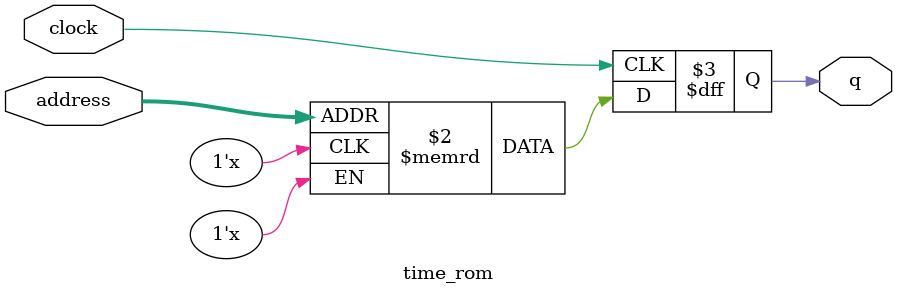
<source format=sv>
module time_rom (
	input logic clock,
	input logic [9:0] address,
	output logic [0:0] q
);

logic [0:0] memory [0:869] /* synthesis ram_init_file = "./time/time.COE" */;

always_ff @ (posedge clock) begin
	q <= memory[address];
end

endmodule

</source>
